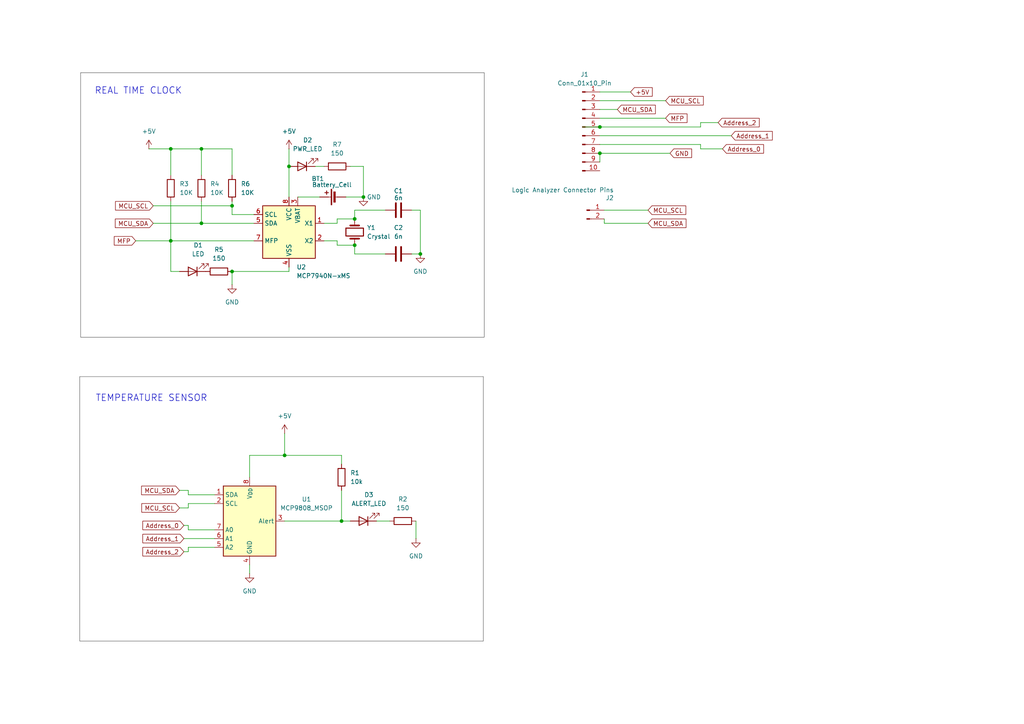
<source format=kicad_sch>
(kicad_sch (version 20231120) (generator "eeschema") (generator_version "8.0")
  (paper "A4")
  (title_block (title "I2C Testing Board") (comment 1 "Add Connector Pin") (comment 2 "Add Custom Name to PCB"))
  (lib_symbols
    (symbol "Connector:Conn_01x02_Pin" (pin_names (offset 1.016) hide)
      (property "Reference" "J" (at 0 2.54 0))
      (property "Value" "Conn_01x02_Pin" (at 0 -5.08 0))
      (symbol "Conn_01x02_Pin_1_1"
        (polyline (pts (xy 1.27 -2.54) (xy 0.8636 -2.54)) (stroke (width 0.1524)))
        (polyline (pts (xy 1.27 0) (xy 0.8636 0)) (stroke (width 0.1524)))
        (rectangle (start 0.8636 -2.413) (end 0 -2.667) (stroke (width 0.1524)) (fill (type outline)))
        (rectangle (start 0.8636 0.127) (end 0 -0.127) (stroke (width 0.1524)) (fill (type outline)))
        (pin passive line (at 5.08 0 180) (length 3.81) (name "Pin_1") (number "1"))
        (pin passive line (at 5.08 -2.54 180) (length 3.81) (name "Pin_2") (number "2"))
      )
    )
    (symbol "Connector:Conn_01x10_Pin" (pin_names (offset 1.016) hide)
      (property "Reference" "J" (at 0 12.7 0))
      (property "Value" "Conn_01x10_Pin" (at 0 -15.24 0))
      (symbol "Conn_01x10_Pin_1_1"
        (polyline (pts (xy 1.27 -12.7) (xy 0.8636 -12.7)) (stroke (width 0.1524)))
        (polyline (pts (xy 1.27 -10.16) (xy 0.8636 -10.16)) (stroke (width 0.1524)))
        (polyline (pts (xy 1.27 -7.62) (xy 0.8636 -7.62)) (stroke (width 0.1524)))
        (polyline (pts (xy 1.27 -5.08) (xy 0.8636 -5.08)) (stroke (width 0.1524)))
        (polyline (pts (xy 1.27 -2.54) (xy 0.8636 -2.54)) (stroke (width 0.1524)))
        (polyline (pts (xy 1.27 0) (xy 0.8636 0)) (stroke (width 0.1524)))
        (polyline (pts (xy 1.27 2.54) (xy 0.8636 2.54)) (stroke (width 0.1524)))
        (polyline (pts (xy 1.27 5.08) (xy 0.8636 5.08)) (stroke (width 0.1524)))
        (polyline (pts (xy 1.27 7.62) (xy 0.8636 7.62)) (stroke (width 0.1524)))
        (polyline (pts (xy 1.27 10.16) (xy 0.8636 10.16)) (stroke (width 0.1524)))
        (rectangle (start 0.8636 -12.573) (end 0 -12.827) (stroke (width 0.1524)) (fill (type outline)))
        (rectangle (start 0.8636 -10.033) (end 0 -10.287) (stroke (width 0.1524)) (fill (type outline)))
        (rectangle (start 0.8636 -7.493) (end 0 -7.747) (stroke (width 0.1524)) (fill (type outline)))
        (rectangle (start 0.8636 -4.953) (end 0 -5.207) (stroke (width 0.1524)) (fill (type outline)))
        (rectangle (start 0.8636 -2.413) (end 0 -2.667) (stroke (width 0.1524)) (fill (type outline)))
        (rectangle (start 0.8636 0.127) (end 0 -0.127) (stroke (width 0.1524)) (fill (type outline)))
        (rectangle (start 0.8636 2.667) (end 0 2.413) (stroke (width 0.1524)) (fill (type outline)))
        (rectangle (start 0.8636 5.207) (end 0 4.953) (stroke (width 0.1524)) (fill (type outline)))
        (rectangle (start 0.8636 7.747) (end 0 7.493) (stroke (width 0.1524)) (fill (type outline)))
        (rectangle (start 0.8636 10.287) (end 0 10.033) (stroke (width 0.1524)) (fill (type outline)))
        (pin passive line (at 5.08 10.16 180) (length 3.81) (name "Pin_1") (number "1"))
        (pin passive line (at 5.08 -12.7 180) (length 3.81) (name "Pin_10") (number "10"))
        (pin passive line (at 5.08 7.62 180) (length 3.81) (name "Pin_2") (number "2"))
        (pin passive line (at 5.08 5.08 180) (length 3.81) (name "Pin_3") (number "3"))
        (pin passive line (at 5.08 2.54 180) (length 3.81) (name "Pin_4") (number "4"))
        (pin passive line (at 5.08 0 180) (length 3.81) (name "Pin_5") (number "5"))
        (pin passive line (at 5.08 -2.54 180) (length 3.81) (name "Pin_6") (number "6"))
        (pin passive line (at 5.08 -5.08 180) (length 3.81) (name "Pin_7") (number "7"))
        (pin passive line (at 5.08 -7.62 180) (length 3.81) (name "Pin_8") (number "8"))
        (pin passive line (at 5.08 -10.16 180) (length 3.81) (name "Pin_9") (number "9"))
      )
    )
    (symbol "Device:Battery_Cell" (pin_numbers hide) (pin_names (offset 0) hide)
      (property "Reference" "BT" (at 2.54 2.54 0))
      (property "Value" "Battery_Cell" (at 2.54 0 0))
      (symbol "Battery_Cell_0_1"
        (rectangle (start -2.286 1.778) (end 2.286 1.524) (fill (type outline)))
        (rectangle (start -1.524 1.016) (end 1.524 0.508) (fill (type outline)))
        (polyline (pts (xy 0 0.762) (xy 0 0)))
        (polyline (pts (xy 0 1.778) (xy 0 2.54)))
        (polyline (pts (xy 0.762 3.048) (xy 1.778 3.048)) (stroke (width 0.254)))
        (polyline (pts (xy 1.27 3.556) (xy 1.27 2.54)) (stroke (width 0.254)))
      )
      (symbol "Battery_Cell_1_1"
        (pin passive line (at 0 5.08 270) (length 2.54) (name "+") (number "1"))
        (pin passive line (at 0 -2.54 90) (length 2.54) (name "-") (number "2"))
      )
    )
    (symbol "Device:C" (pin_numbers hide) (pin_names (offset 0.254))
      (property "Reference" "C" (at 0.635 2.54 0))
      (property "Value" "C" (at 0.635 -2.54 0))
      (symbol "C_0_1"
        (polyline (pts (xy -2.032 -0.762) (xy 2.032 -0.762)) (stroke (width 0.508)))
        (polyline (pts (xy -2.032 0.762) (xy 2.032 0.762)) (stroke (width 0.508)))
      )
      (symbol "C_1_1"
        (pin passive line (at 0 3.81 270) (length 2.794) (name "~") (number "1"))
        (pin passive line (at 0 -3.81 90) (length 2.794) (name "~") (number "2"))
      )
    )
    (symbol "Device:Crystal" (pin_numbers hide) (pin_names (offset 1.016) hide)
      (property "Reference" "Y" (at 0 3.81 0))
      (property "Value" "Crystal" (at 0 -3.81 0))
      (symbol "Crystal_0_1"
        (rectangle (start -1.143 2.54) (end 1.143 -2.54) (stroke (width 0.3048)))
        (polyline (pts (xy -2.54 0) (xy -1.905 0)))
        (polyline (pts (xy -1.905 -1.27) (xy -1.905 1.27)) (stroke (width 0.508)))
        (polyline (pts (xy 1.905 -1.27) (xy 1.905 1.27)) (stroke (width 0.508)))
        (polyline (pts (xy 2.54 0) (xy 1.905 0)))
      )
      (symbol "Crystal_1_1"
        (pin passive line (at -3.81 0 0) (length 1.27) (name "1") (number "1"))
        (pin passive line (at 3.81 0 180) (length 1.27) (name "2") (number "2"))
      )
    )
    (symbol "Device:LED" (pin_numbers hide) (pin_names (offset 1.016) hide)
      (property "Reference" "D" (at 0 2.54 0))
      (property "Value" "LED" (at 0 -2.54 0))
      (symbol "LED_0_1"
        (polyline (pts (xy -1.27 -1.27) (xy -1.27 1.27)) (stroke (width 0.254)))
        (polyline (pts (xy -1.27 0) (xy 1.27 0)))
        (polyline (pts (xy 1.27 -1.27) (xy 1.27 1.27) (xy -1.27 0) (xy 1.27 -1.27)) (stroke (width 0.254)))
        (polyline (pts (xy -3.048 -0.762) (xy -4.572 -2.286) (xy -3.81 -2.286) (xy -4.572 -2.286) (xy -4.572 -1.524)))
        (polyline (pts (xy -1.778 -0.762) (xy -3.302 -2.286) (xy -2.54 -2.286) (xy -3.302 -2.286) (xy -3.302 -1.524)))
      )
      (symbol "LED_1_1"
        (pin passive line (at -3.81 0 0) (length 2.54) (name "K") (number "1"))
        (pin passive line (at 3.81 0 180) (length 2.54) (name "A") (number "2"))
      )
    )
    (symbol "Device:R" (pin_numbers hide) (pin_names (offset 0))
      (property "Reference" "R" (at 2.032 0 90))
      (property "Value" "R" (at 0 0 90))
      (symbol "R_0_1"
        (rectangle (start -1.016 -2.54) (end 1.016 2.54) (stroke (width 0.254)))
      )
      (symbol "R_1_1"
        (pin passive line (at 0 3.81 270) (length 1.27) (name "~") (number "1"))
        (pin passive line (at 0 -3.81 90) (length 1.27) (name "~") (number "2"))
      )
    )
    (symbol "Sensor_Temperature:MCP9808_MSOP"
      (property "Reference" "U" (at -6.35 11.43 0))
      (property "Value" "MCP9808_MSOP" (at 10.16 11.43 0))
      (symbol "MCP9808_MSOP_0_1"
        (rectangle (start -7.62 10.16) (end 7.62 -10.16) (stroke (width 0.254)) (fill (type background)))
      )
      (symbol "MCP9808_MSOP_1_1"
        (pin bidirectional line (at -10.16 7.62 0) (length 2.54) (name "SDA") (number "1"))
        (pin input line (at -10.16 5.08 0) (length 2.54) (name "SCL") (number "2"))
        (pin output line (at 10.16 0 180) (length 2.54) (name "Alert") (number "3"))
        (pin power_in line (at 0 -12.7 90) (length 2.54) (name "GND") (number "4"))
        (pin input line (at -10.16 -7.62 0) (length 2.54) (name "A2") (number "5"))
        (pin input line (at -10.16 -5.08 0) (length 2.54) (name "A1") (number "6"))
        (pin input line (at -10.16 -2.54 0) (length 2.54) (name "A0") (number "7"))
        (pin power_in line (at 0 12.7 270) (length 2.54) (name "V_{DD}") (number "8"))
      )
    )
    (symbol "Timer_RTC:MCP7940N-xMS"
      (property "Reference" "U" (at -6.35 8.89 0))
      (property "Value" "MCP7940N-xMS" (at 11.43 8.89 0))
      (symbol "MCP7940N-xMS_0_1"
        (rectangle (start -7.62 7.62) (end 7.62 -7.62) (stroke (width 0.254)) (fill (type background)))
      )
      (symbol "MCP7940N-xMS_1_1"
        (pin input line (at 10.16 2.54 180) (length 2.54) (name "X1") (number "1"))
        (pin output line (at 10.16 -2.54 180) (length 2.54) (name "X2") (number "2"))
        (pin power_in line (at 2.54 10.16 270) (length 2.54) (name "VBAT") (number "3"))
        (pin power_in line (at 0 -10.16 90) (length 2.54) (name "VSS") (number "4"))
        (pin bidirectional line (at -10.16 2.54 0) (length 2.54) (name "SDA") (number "5"))
        (pin input line (at -10.16 5.08 0) (length 2.54) (name "SCL") (number "6"))
        (pin open_collector line (at -10.16 -2.54 0) (length 2.54) (name "MFP") (number "7"))
        (pin power_in line (at 0 10.16 270) (length 2.54) (name "VCC") (number "8"))
      )
    )
    (symbol "power:+5V" (power) (pin_numbers hide) (pin_names (offset 0) hide)
      (property "Value" "+5V" (at 0 3.556 0))
      (symbol "+5V_0_1"
        (polyline (pts (xy -0.762 1.27) (xy 0 2.54)))
        (polyline (pts (xy 0 0) (xy 0 2.54)))
        (polyline (pts (xy 0 2.54) (xy 0.762 1.27)))
      )
      (symbol "+5V_1_1"
        (pin power_in line (at 0 0 90) (length 0) (name "~") (number "1"))
      )
    )
    (symbol "power:GND" (power) (pin_numbers hide) (pin_names (offset 0) hide)
      (property "Value" "GND" (at 0 -3.81 0))
      (symbol "GND_0_1"
        (polyline (pts (xy 0 0) (xy 0 -1.27) (xy 1.27 -1.27) (xy 0 -2.54) (xy -1.27 -1.27) (xy 0 -1.27)))
      )
      (symbol "GND_1_1"
        (pin power_in line (at 0 0 270) (length 0) (name "~") (number "1"))
      )
    )
  )
  (junction (at 49.53 43.18))
  (junction (at 105.41 57.15))
  (junction (at 58.42 43.18))
  (junction (at 49.53 69.85))
  (junction (at 99.06 151.13))
  (junction (at 82.55 132.08))
  (junction (at 102.87 63.5))
  (junction (at 121.92 73.66))
  (junction (at 58.42 64.77))
  (junction (at 102.87 71.12))
  (junction (at 67.31 59.69))
  (junction (at 173.99 36.83))
  (junction (at 67.31 78.74))
  (junction (at 173.99 44.45))
  (junction (at 83.82 48.26))
  (wire (pts (xy 97.79 71.12) (xy 102.87 71.12)))
  (wire (pts (xy 173.99 41.91) (xy 203.2 41.91)))
  (wire (pts (xy 72.39 138.43) (xy 72.39 132.08)))
  (wire (pts (xy 173.99 31.75) (xy 179.07 31.75)))
  (wire (pts (xy 187.96 64.77) (xy 175.26 64.77)))
  (wire (pts (xy 53.34 160.02) (xy 54.61 160.02)))
  (wire (pts (xy 49.53 50.8) (xy 49.53 43.18)))
  (wire (pts (xy 53.34 156.21) (xy 62.23 156.21)))
  (wire (pts (xy 83.82 77.47) (xy 83.82 78.74)))
  (wire (pts (xy 120.65 151.13) (xy 120.65 156.21)))
  (wire (pts (xy 58.42 43.18) (xy 67.31 43.18)))
  (wire (pts (xy 83.82 43.18) (xy 83.82 48.26)))
  (wire (pts (xy 99.06 132.08) (xy 99.06 134.62)))
  (wire (pts (xy 92.71 57.15) (xy 86.36 57.15)))
  (wire (pts (xy 67.31 50.8) (xy 67.31 43.18)))
  (wire (pts (xy 102.87 73.66) (xy 111.76 73.66)))
  (wire (pts (xy 101.6 151.13) (xy 99.06 151.13)))
  (wire (pts (xy 173.99 44.45) (xy 173.99 46.99)))
  (wire (pts (xy 67.31 58.42) (xy 67.31 59.69)))
  (wire (pts (xy 39.37 69.85) (xy 49.53 69.85)))
  (wire (pts (xy 82.55 151.13) (xy 99.06 151.13)))
  (wire (pts (xy 44.45 59.69) (xy 67.31 59.69)))
  (wire (pts (xy 102.87 60.96) (xy 111.76 60.96)))
  (wire (pts (xy 203.2 43.18) (xy 209.55 43.18)))
  (wire (pts (xy 93.98 69.85) (xy 97.79 69.85)))
  (wire (pts (xy 175.26 64.77) (xy 175.26 63.5)))
  (wire (pts (xy 54.61 142.24) (xy 54.61 143.51)))
  (wire (pts (xy 93.98 64.77) (xy 97.79 64.77)))
  (wire (pts (xy 72.39 163.83) (xy 72.39 166.37)))
  (wire (pts (xy 203.2 41.91) (xy 203.2 43.18)))
  (wire (pts (xy 121.92 60.96) (xy 121.92 73.66)))
  (wire (pts (xy 203.2 35.56) (xy 208.28 35.56)))
  (wire (pts (xy 43.18 43.18) (xy 49.53 43.18)))
  (wire (pts (xy 99.06 142.24) (xy 99.06 151.13)))
  (wire (pts (xy 67.31 59.69) (xy 67.31 62.23)))
  (wire (pts (xy 93.98 48.26) (xy 91.44 48.26)))
  (wire (pts (xy 54.61 147.32) (xy 54.61 146.05)))
  (wire (pts (xy 102.87 63.5) (xy 102.87 60.96)))
  (wire (pts (xy 102.87 71.12) (xy 102.87 73.66)))
  (wire (pts (xy 193.04 34.29) (xy 173.99 34.29)))
  (wire (pts (xy 105.41 48.26) (xy 105.41 57.15)))
  (wire (pts (xy 119.38 73.66) (xy 121.92 73.66)))
  (wire (pts (xy 168.91 36.83) (xy 173.99 36.83)))
  (wire (pts (xy 52.07 142.24) (xy 54.61 142.24)))
  (wire (pts (xy 54.61 143.51) (xy 62.23 143.51)))
  (wire (pts (xy 54.61 153.67) (xy 62.23 153.67)))
  (wire (pts (xy 97.79 64.77) (xy 97.79 63.5)))
  (wire (pts (xy 54.61 160.02) (xy 54.61 158.75)))
  (wire (pts (xy 97.79 69.85) (xy 97.79 71.12)))
  (wire (pts (xy 58.42 50.8) (xy 58.42 43.18)))
  (wire (pts (xy 193.04 29.21) (xy 173.99 29.21)))
  (wire (pts (xy 203.2 35.56) (xy 203.2 36.83)))
  (wire (pts (xy 58.42 58.42) (xy 58.42 64.77)))
  (wire (pts (xy 49.53 58.42) (xy 49.53 69.85)))
  (wire (pts (xy 67.31 78.74) (xy 67.31 82.55)))
  (wire (pts (xy 175.26 60.96) (xy 187.96 60.96)))
  (wire (pts (xy 54.61 146.05) (xy 62.23 146.05)))
  (wire (pts (xy 100.33 57.15) (xy 105.41 57.15)))
  (wire (pts (xy 54.61 158.75) (xy 62.23 158.75)))
  (wire (pts (xy 119.38 60.96) (xy 121.92 60.96)))
  (wire (pts (xy 52.07 78.74) (xy 49.53 78.74)))
  (wire (pts (xy 49.53 69.85) (xy 73.66 69.85)))
  (wire (pts (xy 182.88 26.67) (xy 173.99 26.67)))
  (wire (pts (xy 97.79 63.5) (xy 102.87 63.5)))
  (wire (pts (xy 212.09 39.37) (xy 173.99 39.37)))
  (wire (pts (xy 203.2 36.83) (xy 173.99 36.83)))
  (wire (pts (xy 72.39 132.08) (xy 82.55 132.08)))
  (wire (pts (xy 58.42 64.77) (xy 73.66 64.77)))
  (wire (pts (xy 67.31 62.23) (xy 73.66 62.23)))
  (wire (pts (xy 82.55 132.08) (xy 99.06 132.08)))
  (wire (pts (xy 52.07 147.32) (xy 54.61 147.32)))
  (wire (pts (xy 54.61 152.4) (xy 53.34 152.4)))
  (wire (pts (xy 54.61 152.4) (xy 54.61 153.67)))
  (wire (pts (xy 113.03 151.13) (xy 109.22 151.13)))
  (wire (pts (xy 173.99 44.45) (xy 194.31 44.45)))
  (wire (pts (xy 101.6 48.26) (xy 105.41 48.26)))
  (wire (pts (xy 49.53 78.74) (xy 49.53 69.85)))
  (wire (pts (xy 44.45 64.77) (xy 58.42 64.77)))
  (wire (pts (xy 82.55 125.73) (xy 82.55 132.08)))
  (wire (pts (xy 83.82 48.26) (xy 83.82 57.15)))
  (wire (pts (xy 67.31 78.74) (xy 83.82 78.74)))
  (wire (pts (xy 49.53 43.18) (xy 58.42 43.18)))
  (rectangle (start 23.114 109.22) (end 140.208 185.928) (stroke (width 0.0254) (color 0 0 0 1)))
  (rectangle (start 23.368 21.082) (end 140.462 97.79) (stroke (width 0.0254) (color 0 0 0 1)))
  (text "REAL TIME CLOCK" (at 40.132 26.416 0) (effects (font (size 1.905 1.905))))
  (text "TEMPERATURE SENSOR" (at 43.942 115.57 0) (effects (font (size 1.905 1.905))))
  (global_label "Address_2" (shape input) (at 53.34 160.02 180) (property "Intersheetrefs" "${INTERSHEET_REFS}" (effects (hide yes))))
  (global_label "Address_0" (shape input) (at 53.34 152.4 180) (property "Intersheetrefs" "${INTERSHEET_REFS}" (effects (hide yes))))
  (global_label "MCU_SDA" (shape input) (at 187.96 64.77 0) (property "Intersheetrefs" "${INTERSHEET_REFS}" (effects (hide yes))))
  (global_label "MCU_SCL" (shape input) (at 52.07 147.32 180) (property "Intersheetrefs" "${INTERSHEET_REFS}" (effects (hide yes))))
  (global_label "MCU_SDA" (shape input) (at 44.45 64.77 180) (property "Intersheetrefs" "${INTERSHEET_REFS}" (effects (hide yes))))
  (global_label "MFP" (shape input) (at 39.37 69.85 180) (property "Intersheetrefs" "${INTERSHEET_REFS}" (effects (hide yes))))
  (global_label "MCU_SCL" (shape input) (at 44.45 59.69 180) (property "Intersheetrefs" "${INTERSHEET_REFS}" (effects (hide yes))))
  (global_label "Address_1" (shape input) (at 53.34 156.21 180) (property "Intersheetrefs" "${INTERSHEET_REFS}" (effects (hide yes))))
  (global_label "MCU_SCL" (shape input) (at 193.04 29.21 0) (property "Intersheetrefs" "${INTERSHEET_REFS}" (effects (hide yes))))
  (global_label "MFP" (shape input) (at 193.04 34.29 0) (property "Intersheetrefs" "${INTERSHEET_REFS}" (effects (hide yes))))
  (global_label "Address_0" (shape input) (at 209.55 43.18 0) (property "Intersheetrefs" "${INTERSHEET_REFS}" (effects (hide yes))))
  (global_label "MCU_SCL" (shape input) (at 187.96 60.96 0) (property "Intersheetrefs" "${INTERSHEET_REFS}" (effects (hide yes))))
  (global_label "+5V" (shape input) (at 182.88 26.67 0) (property "Intersheetrefs" "${INTERSHEET_REFS}" (effects (hide yes))))
  (global_label "Address_1" (shape input) (at 212.09 39.37 0) (property "Intersheetrefs" "${INTERSHEET_REFS}" (effects (hide yes))))
  (global_label "MCU_SDA" (shape input) (at 52.07 142.24 180) (property "Intersheetrefs" "${INTERSHEET_REFS}" (effects (hide yes))))
  (global_label "MCU_SDA" (shape input) (at 179.07 31.75 0) (property "Intersheetrefs" "${INTERSHEET_REFS}" (effects (hide yes))))
  (global_label "Address_2" (shape input) (at 208.28 35.56 0) (property "Intersheetrefs" "${INTERSHEET_REFS}" (effects (hide yes))))
  (global_label "GND" (shape input) (at 194.31 44.45 0) (property "Intersheetrefs" "${INTERSHEET_REFS}" (effects (hide yes))))
  (symbol (lib_id "Device:R") (at 99.06 138.43 0) (unit 1)
    (property "Reference" "R1" (at 101.6 137.1599 0) (effects (justify left)))
    (property "Value" "10k" (at 101.6 139.6999 0) (effects (justify left)))
    (property "Footprint" "Resistor_SMD:R_0805_2012Metric_Pad1.20x1.40mm_HandSolder" (effects (hide yes)))
    (property "Description" "Resistor" (effects (hide yes)))
  )
  (symbol (lib_id "Device:C") (at 115.57 73.66 270) (unit 1)
    (property "Reference" "C2" (at 115.57 66.04 90))
    (property "Value" "6n" (at 115.57 68.58 90))
    (property "Footprint" "Capacitor_SMD:C_0805_2012Metric_Pad1.18x1.45mm_HandSolder" (effects (hide yes)))
    (property "Description" "Unpolarized capacitor" (effects (hide yes)))
  )
  (symbol (lib_id "Device:R") (at 58.42 54.61 0) (unit 1)
    (property "Reference" "R4" (at 60.96 53.3399 0) (effects (justify left)))
    (property "Value" "10K" (at 60.96 55.8799 0) (effects (justify left)))
    (property "Footprint" "Resistor_SMD:R_0805_2012Metric_Pad1.20x1.40mm_HandSolder" (effects (hide yes)))
    (property "Description" "Resistor" (effects (hide yes)))
  )
  (symbol (lib_id "power:GND") (at 120.65 156.21 0) (unit 1)
    (property "Reference" "#PWR07" (effects (hide yes)))
    (property "Value" "GND" (at 120.65 161.29 0))
    (property "Description" "Power symbol creates a global label with name \"GND\" , ground" (effects (hide yes)))
  )
  (symbol (lib_id "Device:R") (at 97.79 48.26 90) (unit 1)
    (property "Reference" "R7" (at 97.79 41.91 90))
    (property "Value" "150" (at 97.79 44.45 90))
    (property "Footprint" "Diode_SMD:D_0805_2012Metric_Pad1.15x1.40mm_HandSolder" (effects (hide yes)))
    (property "Description" "Resistor" (effects (hide yes)))
  )
  (symbol (lib_id "power:GND") (at 67.31 82.55 0) (unit 1)
    (property "Reference" "#PWR03" (effects (hide yes)))
    (property "Value" "GND" (at 67.31 87.63 0))
    (property "Description" "Power symbol creates a global label with name \"GND\" , ground" (effects (hide yes)))
  )
  (symbol (lib_id "power:GND") (at 121.92 73.66 0) (unit 1)
    (property "Reference" "#PWR06" (effects (hide yes)))
    (property "Value" "GND" (at 121.92 78.74 0))
    (property "Description" "Power symbol creates a global label with name \"GND\" , ground" (effects (hide yes)))
  )
  (symbol (lib_id "Timer_RTC:MCP7940N-xMS") (at 83.82 67.31 0) (unit 1)
    (property "Reference" "U2" (at 86.0141 77.47 0) (effects (justify left)))
    (property "Value" "MCP7940N-xMS" (at 86.0141 80.01 0) (effects (justify left)))
    (property "Footprint" "MCP7940N-I_SN:SOIC127P600X175-8N" (effects (hide yes)))
    (property "Datasheet" "http://ww1.microchip.com/downloads/en/DeviceDoc/20005010F.pdf" (effects (hide yes)))
    (property "Description" "Real-Time Clock, I2C, Battery Backup, MSOP-8" (effects (hide yes)))
  )
  (symbol (lib_id "power:+5V") (at 83.82 43.18 0) (unit 1)
    (property "Reference" "#PWR04" (effects (hide yes)))
    (property "Value" "+5V" (at 83.82 38.1 0))
    (property "Description" "Power symbol creates a global label with name \"+5V\"" (effects (hide yes)))
  )
  (symbol (lib_id "power:+5V") (at 82.55 125.73 0) (unit 1)
    (property "Reference" "#PWR08" (effects (hide yes)))
    (property "Value" "+5V" (at 82.55 120.65 0))
    (property "Description" "Power symbol creates a global label with name \"+5V\"" (effects (hide yes)))
  )
  (symbol (lib_id "Device:LED") (at 105.41 151.13 180) (unit 1)
    (property "Reference" "D3" (at 106.9975 143.51 0))
    (property "Value" "ALERT_LED" (at 106.9975 146.05 0))
    (property "Footprint" "LED_SMD:LED_0805_2012Metric_Pad1.15x1.40mm_HandSolder" (effects (hide yes)))
    (property "Description" "Light emitting diode" (effects (hide yes)))
  )
  (symbol (lib_id "power:+5V") (at 43.18 43.18 0) (unit 1)
    (property "Reference" "#PWR02" (effects (hide yes)))
    (property "Value" "+5V" (at 43.18 38.1 0))
    (property "Description" "Power symbol creates a global label with name \"+5V\"" (effects (hide yes)))
  )
  (symbol (lib_id "Connector:Conn_01x02_Pin") (at 170.18 60.96 0) (unit 1)
    (property "Reference" "J2" (at 178.054 57.404 0) (effects (justify right)))
    (property "Value" "Logic Analyzer Connector Pins" (at 178.054 55.118 0) (effects (justify right)))
    (property "Footprint" "Connector_PinHeader_1.00mm:PinHeader_1x02_P1.00mm_Vertical" (effects (hide yes)))
    (property "Description" "Generic connector, single row, 01x02, script generated" (effects (hide yes)))
  )
  (symbol (lib_id "Device:Crystal") (at 102.87 67.31 90) (unit 1)
    (property "Reference" "Y1" (at 106.426 66.04 90) (effects (justify right)))
    (property "Value" "Crystal" (at 106.426 68.58 90) (effects (justify right)))
    (property "Footprint" "VMK3-9001-32K7680000TR:XTAL_VMK3-9001-32K7680000TR" (effects (hide yes)))
    (property "Description" "Two pin crystal" (effects (hide yes)))
  )
  (symbol (lib_id "Connector:Conn_01x10_Pin") (at 168.91 36.83 0) (unit 1)
    (property "Reference" "J1" (at 169.545 21.59 0))
    (property "Value" "Conn_01x10_Pin" (at 169.545 24.13 0))
    (property "Footprint" "Connector_PinHeader_1.00mm:PinHeader_1x10_P1.00mm_Vertical" (effects (hide yes)))
    (property "Description" "Generic connector, single row, 01x10, script generated" (effects (hide yes)))
  )
  (symbol (lib_id "Device:R") (at 63.5 78.74 90) (unit 1)
    (property "Reference" "R5" (at 63.5 72.39 90))
    (property "Value" "150" (at 63.5 74.93 90))
    (property "Footprint" "Diode_SMD:D_0805_2012Metric_Pad1.15x1.40mm_HandSolder" (effects (hide yes)))
    (property "Description" "Resistor" (effects (hide yes)))
  )
  (symbol (lib_id "Device:R") (at 49.53 54.61 0) (unit 1)
    (property "Reference" "R3" (at 52.07 53.3399 0) (effects (justify left)))
    (property "Value" "10K" (at 52.07 55.8799 0) (effects (justify left)))
    (property "Footprint" "Resistor_SMD:R_0805_2012Metric_Pad1.20x1.40mm_HandSolder" (effects (hide yes)))
    (property "Description" "Resistor" (effects (hide yes)))
  )
  (symbol (lib_id "Device:LED") (at 87.63 48.26 180) (unit 1)
    (property "Reference" "D2" (at 89.2175 40.64 0))
    (property "Value" "PWR_LED" (at 89.2175 43.18 0))
    (property "Footprint" "LED_SMD:LED_0805_2012Metric_Pad1.15x1.40mm_HandSolder" (effects (hide yes)))
    (property "Description" "Light emitting diode" (effects (hide yes)))
  )
  (symbol (lib_id "power:GND") (at 105.41 57.15 0) (unit 1)
    (property "Reference" "#PWR05" (effects (hide yes)))
    (property "Value" "GND" (at 108.458 57.15 0))
    (property "Description" "Power symbol creates a global label with name \"GND\" , ground" (effects (hide yes)))
  )
  (symbol (lib_id "Device:LED") (at 55.88 78.74 180) (unit 1)
    (property "Reference" "D1" (at 57.4675 71.12 0))
    (property "Value" "LED" (at 57.4675 73.66 0))
    (property "Footprint" "LED_SMD:LED_0805_2012Metric_Pad1.15x1.40mm_HandSolder" (effects (hide yes)))
    (property "Description" "Light emitting diode" (effects (hide yes)))
  )
  (symbol (lib_id "power:GND") (at 72.39 166.37 0) (unit 1)
    (property "Reference" "#PWR01" (effects (hide yes)))
    (property "Value" "GND" (at 72.39 171.45 0))
    (property "Description" "Power symbol creates a global label with name \"GND\" , ground" (effects (hide yes)))
  )
  (symbol (lib_id "Device:R") (at 116.84 151.13 90) (unit 1)
    (property "Reference" "R2" (at 116.84 144.78 90))
    (property "Value" "150" (at 116.84 147.32 90))
    (property "Footprint" "Resistor_SMD:R_0805_2012Metric_Pad1.20x1.40mm_HandSolder" (effects (hide yes)))
    (property "Description" "Resistor" (effects (hide yes)))
  )
  (symbol (lib_id "Sensor_Temperature:MCP9808_MSOP") (at 72.39 151.13 0) (unit 1)
    (property "Reference" "U1" (at 88.9 144.8114 0))
    (property "Value" "MCP9808_MSOP" (at 88.9 147.3514 0))
    (property "Footprint" "Package_SO:MSOP-8_3x3mm_P0.65mm" (effects (hide yes)))
    (property "Datasheet" "http://ww1.microchip.com/downloads/en/DeviceDoc/22203b.pdf" (effects (hide yes)))
    (property "Description" "+/-0.25C (+/-0.5C) Typical (Maximum), Digital Temperature Sensor, MSOP-8" (effects (hide yes)))
  )
  (symbol (lib_id "Device:C") (at 115.57 60.96 270) (unit 1)
    (property "Reference" "C1" (at 115.57 55.372 90))
    (property "Value" "6n" (at 115.57 57.404 90))
    (property "Footprint" "Capacitor_SMD:C_0805_2012Metric_Pad1.18x1.45mm_HandSolder" (effects (hide yes)))
    (property "Description" "Unpolarized capacitor" (effects (hide yes)))
  )
  (symbol (lib_id "Device:Battery_Cell") (at 97.79 57.15 90) (unit 1)
    (property "Reference" "BT1" (at 92.202 51.816 90))
    (property "Value" "Battery_Cell" (at 96.266 53.594 90))
    (property "Footprint" "Battery:BatteryHolder_Keystone_3002_1x2032" (effects (hide yes)))
    (property "Description" "Single-cell battery" (effects (hide yes)))
  )
  (symbol (lib_id "Device:R") (at 67.31 54.61 0) (unit 1)
    (property "Reference" "R6" (at 69.85 53.3399 0) (effects (justify left)))
    (property "Value" "10K" (at 69.85 55.8799 0) (effects (justify left)))
    (property "Footprint" "Resistor_SMD:R_0805_2012Metric_Pad1.20x1.40mm_HandSolder" (effects (hide yes)))
    (property "Description" "Resistor" (effects (hide yes)))
  )
)
</source>
